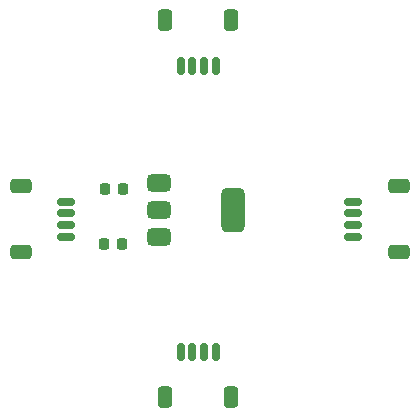
<source format=gtp>
G04 #@! TF.GenerationSoftware,KiCad,Pcbnew,9.0.3*
G04 #@! TF.CreationDate,2025-08-26T16:33:49-07:00*
G04 #@! TF.ProjectId,i2c_breakout,6932635f-6272-4656-916b-6f75742e6b69,v1.0.0*
G04 #@! TF.SameCoordinates,Original*
G04 #@! TF.FileFunction,Paste,Top*
G04 #@! TF.FilePolarity,Positive*
%FSLAX45Y45*%
G04 Gerber Fmt 4.5, Leading zero omitted, Abs format (unit mm)*
G04 Created by KiCad (PCBNEW 9.0.3) date 2025-08-26 16:33:49*
%MOMM*%
%LPD*%
G01*
G04 APERTURE LIST*
G04 Aperture macros list*
%AMRoundRect*
0 Rectangle with rounded corners*
0 $1 Rounding radius*
0 $2 $3 $4 $5 $6 $7 $8 $9 X,Y pos of 4 corners*
0 Add a 4 corners polygon primitive as box body*
4,1,4,$2,$3,$4,$5,$6,$7,$8,$9,$2,$3,0*
0 Add four circle primitives for the rounded corners*
1,1,$1+$1,$2,$3*
1,1,$1+$1,$4,$5*
1,1,$1+$1,$6,$7*
1,1,$1+$1,$8,$9*
0 Add four rect primitives between the rounded corners*
20,1,$1+$1,$2,$3,$4,$5,0*
20,1,$1+$1,$4,$5,$6,$7,0*
20,1,$1+$1,$6,$7,$8,$9,0*
20,1,$1+$1,$8,$9,$2,$3,0*%
G04 Aperture macros list end*
%ADD10RoundRect,0.150000X0.150000X0.625000X-0.150000X0.625000X-0.150000X-0.625000X0.150000X-0.625000X0*%
%ADD11RoundRect,0.250000X0.350000X0.650000X-0.350000X0.650000X-0.350000X-0.650000X0.350000X-0.650000X0*%
%ADD12RoundRect,0.375000X-0.625000X-0.375000X0.625000X-0.375000X0.625000X0.375000X-0.625000X0.375000X0*%
%ADD13RoundRect,0.500000X-0.500000X-1.400000X0.500000X-1.400000X0.500000X1.400000X-0.500000X1.400000X0*%
%ADD14RoundRect,0.225000X-0.225000X-0.250000X0.225000X-0.250000X0.225000X0.250000X-0.225000X0.250000X0*%
%ADD15RoundRect,0.150000X-0.625000X0.150000X-0.625000X-0.150000X0.625000X-0.150000X0.625000X0.150000X0*%
%ADD16RoundRect,0.250000X-0.650000X0.350000X-0.650000X-0.350000X0.650000X-0.350000X0.650000X0.350000X0*%
%ADD17RoundRect,0.150000X0.625000X-0.150000X0.625000X0.150000X-0.625000X0.150000X-0.625000X-0.150000X0*%
%ADD18RoundRect,0.250000X0.650000X-0.350000X0.650000X0.350000X-0.650000X0.350000X-0.650000X-0.350000X0*%
%ADD19RoundRect,0.150000X-0.150000X-0.625000X0.150000X-0.625000X0.150000X0.625000X-0.150000X0.625000X0*%
%ADD20RoundRect,0.250000X-0.350000X-0.650000X0.350000X-0.650000X0.350000X0.650000X-0.350000X0.650000X0*%
%ADD21RoundRect,0.225000X0.225000X0.250000X-0.225000X0.250000X-0.225000X-0.250000X0.225000X-0.250000X0*%
G04 APERTURE END LIST*
D10*
X14100000Y-5333750D03*
X14000000Y-5333750D03*
X13900000Y-5333750D03*
X13800000Y-5333750D03*
D11*
X14230000Y-4946250D03*
X13670000Y-4946250D03*
D12*
X13615000Y-6323750D03*
X13615000Y-6553750D03*
D13*
X14245000Y-6553750D03*
D12*
X13615000Y-6783750D03*
D14*
X13147500Y-6843750D03*
X13302500Y-6843750D03*
D15*
X12832500Y-6483750D03*
X12832500Y-6583750D03*
X12832500Y-6683750D03*
X12832500Y-6783750D03*
D16*
X12445000Y-6353750D03*
X12445000Y-6913750D03*
D17*
X15257500Y-6783750D03*
X15257500Y-6683750D03*
X15257500Y-6583750D03*
X15257500Y-6483750D03*
D18*
X15645000Y-6913750D03*
X15645000Y-6353750D03*
D19*
X13800000Y-7753750D03*
X13900000Y-7753750D03*
X14000000Y-7753750D03*
X14100000Y-7753750D03*
D20*
X13670000Y-8141250D03*
X14230000Y-8141250D03*
D21*
X13315000Y-6373750D03*
X13160000Y-6373750D03*
M02*

</source>
